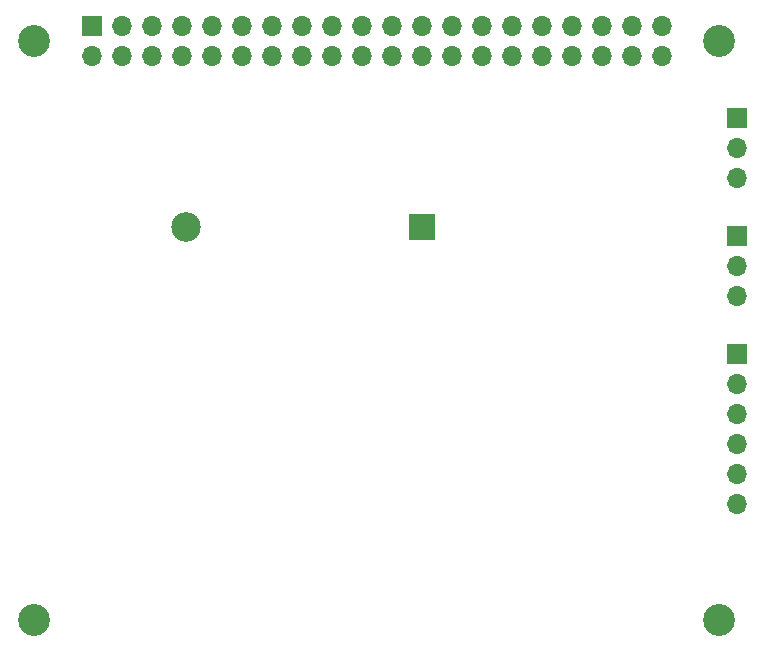
<source format=gbs>
G04 #@! TF.GenerationSoftware,KiCad,Pcbnew,(5.1.8)-1*
G04 #@! TF.CreationDate,2020-12-29T20:44:18-05:00*
G04 #@! TF.ProjectId,rpi_sensor_hat,7270695f-7365-46e7-936f-725f6861742e,rev?*
G04 #@! TF.SameCoordinates,Original*
G04 #@! TF.FileFunction,Soldermask,Bot*
G04 #@! TF.FilePolarity,Negative*
%FSLAX46Y46*%
G04 Gerber Fmt 4.6, Leading zero omitted, Abs format (unit mm)*
G04 Created by KiCad (PCBNEW (5.1.8)-1) date 2020-12-29 20:44:18*
%MOMM*%
%LPD*%
G01*
G04 APERTURE LIST*
%ADD10O,1.700000X1.700000*%
%ADD11R,1.700000X1.700000*%
%ADD12C,2.700000*%
%ADD13C,2.500000*%
%ADD14R,2.170000X2.170000*%
G04 APERTURE END LIST*
D10*
X81233600Y-52482000D03*
X104093600Y-55022000D03*
X99013600Y-55022000D03*
X63453600Y-55022000D03*
X76153600Y-52482000D03*
X78693600Y-52482000D03*
X60913600Y-55022000D03*
X76153600Y-55022000D03*
X86313600Y-55022000D03*
X83773600Y-52482000D03*
X96473600Y-55022000D03*
X101553600Y-52482000D03*
X65993600Y-55022000D03*
X106633600Y-52482000D03*
X73613600Y-55022000D03*
X65993600Y-52482000D03*
X63453600Y-52482000D03*
X71073600Y-55022000D03*
X96473600Y-52482000D03*
X60913600Y-52482000D03*
X81233600Y-55022000D03*
X91393600Y-52482000D03*
X78693600Y-55022000D03*
X88853600Y-55022000D03*
X93933600Y-55022000D03*
X68533600Y-55022000D03*
X101553600Y-55022000D03*
X68533600Y-52482000D03*
X73613600Y-52482000D03*
X99013600Y-52482000D03*
X93933600Y-52482000D03*
X104093600Y-52482000D03*
X91393600Y-55022000D03*
X58373600Y-55022000D03*
X88853600Y-52482000D03*
X86313600Y-52482000D03*
X106633600Y-55022000D03*
X83773600Y-55022000D03*
D11*
X58373600Y-52482000D03*
D10*
X71073600Y-52482000D03*
X113000000Y-75330000D03*
X113000000Y-72790000D03*
D11*
X113000000Y-70250000D03*
D12*
X53500000Y-53750000D03*
X111500000Y-102750000D03*
X53500000Y-102750000D03*
X111500000Y-53750000D03*
D10*
X113000000Y-92950000D03*
X113000000Y-90410000D03*
X113000000Y-87870000D03*
X113000000Y-85330000D03*
X113000000Y-82790000D03*
D11*
X113000000Y-80250000D03*
D10*
X113000000Y-65330000D03*
X113000000Y-62790000D03*
D11*
X113000000Y-60250000D03*
D13*
X66350000Y-69475000D03*
D14*
X86350000Y-69475000D03*
M02*

</source>
